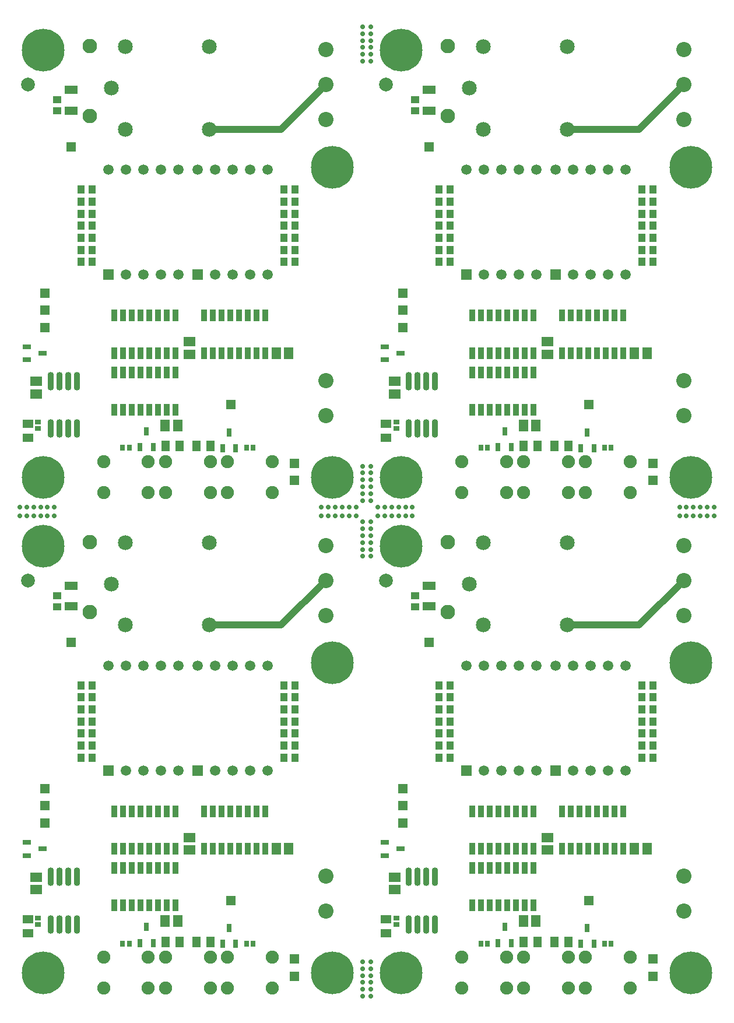
<source format=gts>
%FSTAX25Y25*%
%MOIN*%
%SFA1B1*%

%IPPOS*%
%ADD33C,0.059060*%
%ADD34R,0.059060X0.059060*%
%ADD46C,0.039370*%
%ADD52O,0.035560X0.106420*%
%ADD53R,0.035560X0.069020*%
%ADD54R,0.053280X0.065090*%
%ADD55R,0.043430X0.047370*%
%ADD56C,0.078740*%
%ADD57R,0.058000X0.058000*%
%ADD58R,0.065090X0.053280*%
%ADD59R,0.032410X0.030840*%
%ADD60R,0.031620X0.047370*%
%ADD61R,0.045400X0.063120*%
%ADD62R,0.030840X0.032410*%
%ADD63R,0.063120X0.045400*%
%ADD64R,0.047370X0.043430*%
%ADD65R,0.047370X0.031620*%
%ADD66R,0.076900X0.047370*%
%ADD67R,0.058000X0.058000*%
%ADD68C,0.027690*%
%ADD69C,0.244220*%
%ADD70C,0.074930*%
%ADD71C,0.084770*%
%ADD72C,0.082800*%
%ADD73C,0.086740*%
%LNfabrication_panel-1*%
%LPD*%
G54D33*
X0104016Y0191417D03*
X0114016D03*
X0124016D03*
X0134016D03*
X0144016D03*
Y0131417D03*
X0134016D03*
X0124016D03*
X0114016D03*
X0052835Y0191417D03*
X0062835D03*
X0072835D03*
X0082835D03*
X0092835D03*
Y0131417D03*
X0082835D03*
X0072835D03*
X0062835D03*
X030874Y0191417D03*
X031874D03*
X032874D03*
X033874D03*
X034874D03*
Y0131417D03*
X033874D03*
X032874D03*
X031874D03*
X0257559Y0191417D03*
X0267559D03*
X0277559D03*
X0287559D03*
X0297559D03*
Y0131417D03*
X0287559D03*
X0277559D03*
X0267559D03*
X0104016Y0474882D03*
X0114016D03*
X0124016D03*
X0134016D03*
X0144016D03*
Y0414882D03*
X0134016D03*
X0124016D03*
X0114016D03*
X0052835Y0474882D03*
X0062835D03*
X0072835D03*
X0082835D03*
X0092835D03*
Y0414882D03*
X0082835D03*
X0072835D03*
X0062835D03*
X030874Y0474882D03*
X031874D03*
X032874D03*
X033874D03*
X034874D03*
Y0414882D03*
X033874D03*
X032874D03*
X031874D03*
X0257559Y0474882D03*
X0267559D03*
X0277559D03*
X0287559D03*
X0297559D03*
Y0414882D03*
X0287559D03*
X0277559D03*
X0267559D03*
G54D34*
X0104016Y0131417D03*
X0052835D03*
X030874D03*
X0257559D03*
X0104016Y0414882D03*
X0052835D03*
X030874D03*
X0257559D03*
G54D46*
X0151575Y0214567D02*
X0177165Y0240158D01*
X011063Y0214567D02*
X0151575D01*
X0356299D02*
X038189Y0240158D01*
X0315354Y0214567D02*
X0356299D01*
X0151575Y0498032D02*
X0177165Y0523622D01*
X011063Y0498032D02*
X0151575D01*
X0356299D02*
X038189Y0523622D01*
X0315354Y0498032D02*
X0356299D01*
G54D52*
X0020059Y0043504D03*
X0025059D03*
X0030059D03*
X0035059D03*
X0020059Y0070669D03*
X0025059D03*
X0030059D03*
X0035059D03*
X0224783Y0043504D03*
X0229784D03*
X0234784D03*
X0239784D03*
X0224783Y0070669D03*
X0229784D03*
X0234784D03*
X0239784D03*
X0020059Y0326969D03*
X0025059D03*
X0030059D03*
X0035059D03*
X0020059Y0354134D03*
X0025059D03*
X0030059D03*
X0035059D03*
X0224783Y0326969D03*
X0229784D03*
X0234784D03*
X0239784D03*
X0224783Y0354134D03*
X0229784D03*
X0234784D03*
X0239784D03*
G54D53*
X0091319Y0075689D03*
X0086319D03*
X0081319D03*
X0076319D03*
X0071319D03*
X0066319D03*
X0061319D03*
X0056319D03*
Y0054232D03*
X0061319D03*
X0066319D03*
X0071319D03*
X0076319D03*
X0081319D03*
X0086319D03*
X0091319D03*
X01425Y0108169D03*
X01375D03*
X01325D03*
X01275D03*
X01225D03*
X01175D03*
X01125D03*
X01075D03*
Y0086713D03*
X01125D03*
X01175D03*
X01225D03*
X01275D03*
X01325D03*
X01375D03*
X01425D03*
X0091319Y0108169D03*
X0086319D03*
X0081319D03*
X0076319D03*
X0071319D03*
X0066319D03*
X0061319D03*
X0056319D03*
Y0086713D03*
X0061319D03*
X0066319D03*
X0071319D03*
X0076319D03*
X0081319D03*
X0086319D03*
X0091319D03*
X0296043Y0075689D03*
X0291043D03*
X0286043D03*
X0281043D03*
X0276043D03*
X0271043D03*
X0266043D03*
X0261043D03*
Y0054232D03*
X0266043D03*
X0271043D03*
X0276043D03*
X0281043D03*
X0286043D03*
X0291043D03*
X0296043D03*
X0347224Y0108169D03*
X0342224D03*
X0337224D03*
X0332224D03*
X0327224D03*
X0322224D03*
X0317224D03*
X0312224D03*
Y0086713D03*
X0317224D03*
X0322224D03*
X0327224D03*
X0332224D03*
X0337224D03*
X0342224D03*
X0347224D03*
X0296043Y0108169D03*
X0291043D03*
X0286043D03*
X0281043D03*
X0276043D03*
X0271043D03*
X0266043D03*
X0261043D03*
Y0086713D03*
X0266043D03*
X0271043D03*
X0276043D03*
X0281043D03*
X0286043D03*
X0291043D03*
X0296043D03*
X0091319Y0359154D03*
X0086319D03*
X0081319D03*
X0076319D03*
X0071319D03*
X0066319D03*
X0061319D03*
X0056319D03*
Y0337697D03*
X0061319D03*
X0066319D03*
X0071319D03*
X0076319D03*
X0081319D03*
X0086319D03*
X0091319D03*
X01425Y0391634D03*
X01375D03*
X01325D03*
X01275D03*
X01225D03*
X01175D03*
X01125D03*
X01075D03*
Y0370177D03*
X01125D03*
X01175D03*
X01225D03*
X01275D03*
X01325D03*
X01375D03*
X01425D03*
X0091319Y0391634D03*
X0086319D03*
X0081319D03*
X0076319D03*
X0071319D03*
X0066319D03*
X0061319D03*
X0056319D03*
Y0370177D03*
X0061319D03*
X0066319D03*
X0071319D03*
X0076319D03*
X0081319D03*
X0086319D03*
X0091319D03*
X0296043Y0359154D03*
X0291043D03*
X0286043D03*
X0281043D03*
X0276043D03*
X0271043D03*
X0266043D03*
X0261043D03*
Y0337697D03*
X0266043D03*
X0271043D03*
X0276043D03*
X0281043D03*
X0286043D03*
X0291043D03*
X0296043D03*
X0347224Y0391634D03*
X0342224D03*
X0337224D03*
X0332224D03*
X0327224D03*
X0322224D03*
X0317224D03*
X0312224D03*
Y0370177D03*
X0317224D03*
X0322224D03*
X0327224D03*
X0332224D03*
X0337224D03*
X0342224D03*
X0347224D03*
X0296043Y0391634D03*
X0291043D03*
X0286043D03*
X0281043D03*
X0276043D03*
X0271043D03*
X0266043D03*
X0261043D03*
Y0370177D03*
X0266043D03*
X0271043D03*
X0276043D03*
X0281043D03*
X0286043D03*
X0291043D03*
X0296043D03*
G54D54*
X0085433Y0045276D03*
X009252D03*
X0149016Y0086614D03*
X0156102D03*
X0290158Y0045276D03*
X0297244D03*
X035374Y0086614D03*
X0360827D03*
X0085433Y032874D03*
X009252D03*
X0149016Y0370079D03*
X0156102D03*
X0290158Y032874D03*
X0297244D03*
X035374Y0370079D03*
X0360827D03*
G54D55*
X0159646Y0152559D03*
X0153347D03*
X0159646Y0180118D03*
X0153347D03*
X0159646Y0173228D03*
X0153347D03*
X0159646Y0166339D03*
X0153347D03*
X0159646Y0159449D03*
X0153347D03*
X0159646Y0145669D03*
X0153347D03*
X0159646Y0138779D03*
X0153347D03*
X0037205D03*
X0043504D03*
X0037205Y0145669D03*
X0043504D03*
X0037205Y0152559D03*
X0043504D03*
X0037205Y0159449D03*
X0043504D03*
X0037205Y0166339D03*
X0043504D03*
X0037205Y0173228D03*
X0043504D03*
X0037205Y0180118D03*
X0043504D03*
X036437Y0152559D03*
X0358071D03*
X036437Y0180118D03*
X0358071D03*
X036437Y0173228D03*
X0358071D03*
X036437Y0166339D03*
X0358071D03*
X036437Y0159449D03*
X0358071D03*
X036437Y0145669D03*
X0358071D03*
X036437Y0138779D03*
X0358071D03*
X0241929D03*
X0248228D03*
X0241929Y0145669D03*
X0248228D03*
X0241929Y0152559D03*
X0248228D03*
X0241929Y0159449D03*
X0248228D03*
X0241929Y0166339D03*
X0248228D03*
X0241929Y0173228D03*
X0248228D03*
X0241929Y0180118D03*
X0248228D03*
X0159646Y0436024D03*
X0153347D03*
X0159646Y0463583D03*
X0153347D03*
X0159646Y0456693D03*
X0153347D03*
X0159646Y0449803D03*
X0153347D03*
X0159646Y0442913D03*
X0153347D03*
X0159646Y0429134D03*
X0153347D03*
X0159646Y0422244D03*
X0153347D03*
X0037205D03*
X0043504D03*
X0037205Y0429134D03*
X0043504D03*
X0037205Y0436024D03*
X0043504D03*
X0037205Y0442913D03*
X0043504D03*
X0037205Y0449803D03*
X0043504D03*
X0037205Y0456693D03*
X0043504D03*
X0037205Y0463583D03*
X0043504D03*
X036437Y0436024D03*
X0358071D03*
X036437Y0463583D03*
X0358071D03*
X036437Y0456693D03*
X0358071D03*
X036437Y0449803D03*
X0358071D03*
X036437Y0442913D03*
X0358071D03*
X036437Y0429134D03*
X0358071D03*
X036437Y0422244D03*
X0358071D03*
X0241929D03*
X0248228D03*
X0241929Y0429134D03*
X0248228D03*
X0241929Y0436024D03*
X0248228D03*
X0241929Y0442913D03*
X0248228D03*
X0241929Y0449803D03*
X0248228D03*
X0241929Y0456693D03*
X0248228D03*
X0241929Y0463583D03*
X0248228D03*
G54D56*
X000689Y0240158D03*
X0211614D03*
X000689Y0523622D03*
X0211614D03*
G54D57*
X0016732Y0101378D03*
Y0111221D03*
Y0121063D03*
X0221457Y0101378D03*
Y0111221D03*
Y0121063D03*
X0016732Y0384842D03*
Y0394685D03*
Y0404528D03*
X0221457Y0384842D03*
Y0394685D03*
Y0404528D03*
G54D58*
X0011811Y0063386D03*
Y0070472D03*
X009941Y0086024D03*
Y009311D03*
X0216535Y0063386D03*
Y0070472D03*
X0304134Y0086024D03*
Y009311D03*
X0011811Y034685D03*
Y0353937D03*
X009941Y0369488D03*
Y0376575D03*
X0216535Y034685D03*
Y0353937D03*
X0304134Y0369488D03*
Y0376575D03*
G54D59*
X0012795Y0047126D03*
Y0043425D03*
X021752Y0047126D03*
Y0043425D03*
X0012795Y0330591D03*
Y032689D03*
X021752Y0330591D03*
Y032689D03*
G54D60*
X0122047Y0041339D03*
X0125787Y0032283D03*
X0118307D03*
X0074803Y0041929D03*
X0078543Y0032874D03*
X0071063D03*
X0326772Y0041339D03*
X0330512Y0032283D03*
X0323031D03*
X0279528Y0041929D03*
X0283268Y0032874D03*
X0275787D03*
X0122047Y0324803D03*
X0125787Y0315748D03*
X0118307D03*
X0074803Y0325394D03*
X0078543Y0316339D03*
X0071063D03*
X0326772Y0324803D03*
X0330512Y0315748D03*
X0323031D03*
X0279528Y0325394D03*
X0283268Y0316339D03*
X0275787D03*
G54D61*
X0111221Y0033465D03*
X0103347D03*
X0093504D03*
X008563D03*
X0315945D03*
X0308071D03*
X0298228D03*
X0290354D03*
X0111221Y0316929D03*
X0103347D03*
X0093504D03*
X008563D03*
X0315945D03*
X0308071D03*
X0298228D03*
X0290354D03*
G54D62*
X0132008Y003248D03*
X0135709D03*
X0064842D03*
X0061142D03*
X0336732D03*
X0340433D03*
X0269567D03*
X0265866D03*
X0132008Y0315945D03*
X0135709D03*
X0064842D03*
X0061142D03*
X0336732D03*
X0340433D03*
X0269567D03*
X0265866D03*
G54D63*
X000689Y004626D03*
Y0038386D03*
X0211614Y004626D03*
Y0038386D03*
X000689Y0329724D03*
Y032185D03*
X0211614Y0329724D03*
Y032185D03*
G54D64*
X0023622Y0225197D03*
Y0231496D03*
X0228346Y0225197D03*
Y0231496D03*
X0023622Y0508661D03*
Y0514961D03*
X0228346Y0508661D03*
Y0514961D03*
G54D65*
X0015354Y0086614D03*
X0006299Y0082874D03*
Y0090354D03*
X0220079Y0086614D03*
X0211024Y0082874D03*
Y0090354D03*
X0015354Y0370079D03*
X0006299Y0366339D03*
Y0373819D03*
X0220079Y0370079D03*
X0211024Y0366339D03*
Y0373819D03*
G54D66*
X0031496Y0225394D03*
Y0237205D03*
X0236221Y0225394D03*
Y0237205D03*
X0031496Y0508858D03*
Y0520669D03*
X0236221Y0508858D03*
Y0520669D03*
G54D67*
X0123031Y0057087D03*
X0159449Y0023622D03*
Y001378D03*
X0031496Y0204724D03*
X0327756Y0057087D03*
X0364173Y0023622D03*
Y001378D03*
X0236221Y0204724D03*
X0123031Y0340551D03*
X0159449Y0307087D03*
Y0297244D03*
X0031496Y0488189D03*
X0327756Y0340551D03*
X0364173Y0307087D03*
Y0297244D03*
X0236221Y0488189D03*
G54D68*
X0198425Y0556693D03*
Y0552756D03*
Y0548819D03*
Y0544882D03*
Y0540945D03*
Y0537008D03*
X020315D03*
Y0540945D03*
Y0544882D03*
Y0548819D03*
Y0552756D03*
Y0556693D03*
X0399213Y028189D03*
X0395276D03*
X0391339D03*
X0387402D03*
X0383465D03*
X0379528D03*
Y0277165D03*
X0383465D03*
X0387402D03*
X0391339D03*
X0395276D03*
X0399213D03*
X0022047Y028189D03*
X001811D03*
X0014173D03*
X0010236D03*
X0006299D03*
X0002362D03*
Y0277165D03*
X0006299D03*
X0010236D03*
X0014173D03*
X001811D03*
X0022047D03*
X0198425Y0305512D03*
Y0301575D03*
Y0297638D03*
Y0293701D03*
Y0289764D03*
Y0285827D03*
X020315D03*
Y0289764D03*
Y0293701D03*
Y0297638D03*
Y0301575D03*
Y0305512D03*
X0174803Y0277165D03*
X017874D03*
X0182677D03*
X0186614D03*
X0190551D03*
X0194488D03*
Y028189D03*
X0190551D03*
X0186614D03*
X0182677D03*
X017874D03*
X0174803D03*
X0207087Y0277165D03*
X0211024D03*
X0214961D03*
X0218898D03*
X0222835D03*
X0226772D03*
Y028189D03*
X0222835D03*
X0218898D03*
X0214961D03*
X0211024D03*
X0207087D03*
X0198425Y0273622D03*
Y0269685D03*
Y0265748D03*
Y0261811D03*
Y0257874D03*
Y0253937D03*
X020315D03*
Y0257874D03*
Y0261811D03*
Y0265748D03*
Y0269685D03*
Y0273622D03*
Y0022047D03*
Y001811D03*
Y0014173D03*
Y0010236D03*
Y0006299D03*
Y0002362D03*
X0198425D03*
Y0006299D03*
Y0010236D03*
Y0014173D03*
Y001811D03*
Y0022047D03*
G54D69*
X0181102Y0192913D03*
X0015748Y0015748D03*
Y0259842D03*
X0181102Y0015748D03*
X0385827Y0192913D03*
X0220472Y0015748D03*
Y0259842D03*
X0385827Y0015748D03*
X0181102Y0476378D03*
X0015748Y0299213D03*
Y0543307D03*
X0181102Y0299213D03*
X0385827Y0476378D03*
X0220472Y0299213D03*
Y0543307D03*
X0385827Y0299213D03*
G54D70*
X0121063Y0024606D03*
X0146653D03*
X0121063Y000689D03*
X0146653D03*
X0050197Y0024606D03*
X0075787D03*
X0050197Y000689D03*
X0075787D03*
X008563Y0024606D03*
X0111221D03*
X008563Y000689D03*
X0111221D03*
X0325787Y0024606D03*
X0351378D03*
X0325787Y000689D03*
X0351378D03*
X0254921Y0024606D03*
X0280512D03*
X0254921Y000689D03*
X0280512D03*
X0290354Y0024606D03*
X0315945D03*
X0290354Y000689D03*
X0315945D03*
X0121063Y0308071D03*
X0146653D03*
X0121063Y0290354D03*
X0146653D03*
X0050197Y0308071D03*
X0075787D03*
X0050197Y0290354D03*
X0075787D03*
X008563Y0308071D03*
X0111221D03*
X008563Y0290354D03*
X0111221D03*
X0325787Y0308071D03*
X0351378D03*
X0325787Y0290354D03*
X0351378D03*
X0254921Y0308071D03*
X0280512D03*
X0254921Y0290354D03*
X0280512D03*
X0290354Y0308071D03*
X0315945D03*
X0290354Y0290354D03*
X0315945D03*
G54D71*
X0062598Y0261811D03*
X0054724Y0238189D03*
X0062598Y0214567D03*
X011063Y0261811D03*
Y0214567D03*
X0267323Y0261811D03*
X0259449Y0238189D03*
X0267323Y0214567D03*
X0315354Y0261811D03*
Y0214567D03*
X0062598Y0545276D03*
X0054724Y0521654D03*
X0062598Y0498032D03*
X011063Y0545276D03*
Y0498032D03*
X0267323Y0545276D03*
X0259449Y0521654D03*
X0267323Y0498032D03*
X0315354Y0545276D03*
Y0498032D03*
G54D72*
X0042323Y0222126D03*
Y0262126D03*
X0247047Y0222126D03*
Y0262126D03*
X0042323Y050559D03*
Y054559D03*
X0247047Y050559D03*
Y054559D03*
G54D73*
X0177165Y0260157D03*
Y0240158D03*
Y0220158D03*
Y0071024D03*
Y0051024D03*
X038189Y0260157D03*
Y0240158D03*
Y0220158D03*
Y0071024D03*
Y0051024D03*
X0177165Y0543622D03*
Y0523622D03*
Y0503622D03*
Y0354488D03*
Y0334488D03*
X038189Y0543622D03*
Y0523622D03*
Y0503622D03*
Y0354488D03*
Y0334488D03*
M02*
</source>
